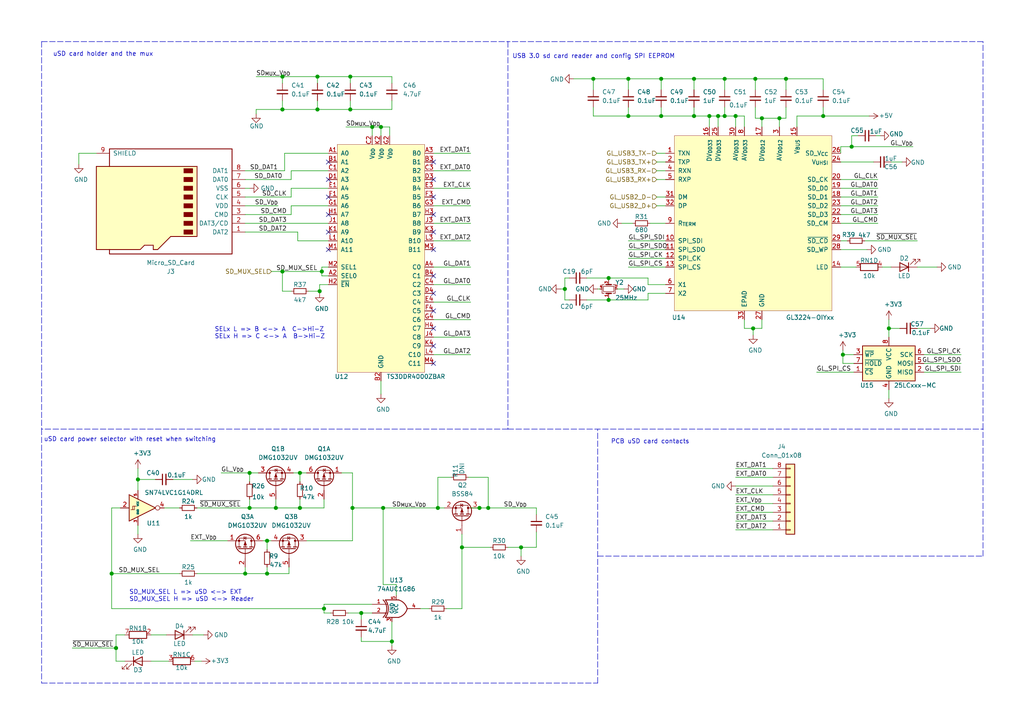
<source format=kicad_sch>
(kicad_sch (version 20201015) (generator eeschema)
  (page 1 5)
  (paper "A4")
  (junction (at 32.385 166.37) (diameter 1.016))
  (junction (at 33.655 187.96) (diameter 1.016))
  (junction (at 40.005 139.065) (diameter 1.016))
  (junction (at 71.12 166.37) (diameter 1.016))
  (junction (at 72.39 137.16) (diameter 1.016))
  (junction (at 72.39 147.32) (diameter 1.016))
  (junction (at 77.47 156.845) (diameter 1.016))
  (junction (at 77.47 166.37) (diameter 1.016))
  (junction (at 80.01 147.32) (diameter 1.016))
  (junction (at 81.915 22.225) (diameter 1.016))
  (junction (at 81.915 31.75) (diameter 1.016))
  (junction (at 81.915 78.74) (diameter 1.016))
  (junction (at 86.995 137.16) (diameter 1.016))
  (junction (at 86.995 147.32) (diameter 1.016))
  (junction (at 92.075 22.225) (diameter 1.016))
  (junction (at 92.075 31.75) (diameter 1.016))
  (junction (at 92.71 84.455) (diameter 1.016))
  (junction (at 93.345 78.74) (diameter 1.016))
  (junction (at 93.98 176.53) (diameter 1.016))
  (junction (at 101.6 22.225) (diameter 1.016))
  (junction (at 101.6 31.75) (diameter 1.016))
  (junction (at 102.235 147.32) (diameter 1.016))
  (junction (at 104.775 177.8) (diameter 1.016))
  (junction (at 107.95 36.83) (diameter 1.016))
  (junction (at 110.49 36.83) (diameter 1.016))
  (junction (at 111.125 147.32) (diameter 1.016))
  (junction (at 113.665 186.055) (diameter 1.016))
  (junction (at 127 147.32) (diameter 1.016))
  (junction (at 133.985 158.75) (diameter 1.016))
  (junction (at 139.065 147.32) (diameter 1.016))
  (junction (at 141.605 147.32) (diameter 1.016))
  (junction (at 151.13 158.75) (diameter 1.016))
  (junction (at 163.83 83.82) (diameter 1.016))
  (junction (at 172.085 22.86) (diameter 1.016))
  (junction (at 176.53 80.645) (diameter 1.016))
  (junction (at 176.53 86.995) (diameter 1.016))
  (junction (at 182.245 22.86) (diameter 1.016))
  (junction (at 182.245 33.655) (diameter 1.016))
  (junction (at 191.77 22.86) (diameter 1.016))
  (junction (at 191.77 33.655) (diameter 1.016))
  (junction (at 201.295 22.86) (diameter 1.016))
  (junction (at 201.295 33.655) (diameter 1.016))
  (junction (at 205.74 33.655) (diameter 1.016))
  (junction (at 208.28 33.655) (diameter 1.016))
  (junction (at 210.185 22.86) (diameter 1.016))
  (junction (at 210.185 33.655) (diameter 1.016))
  (junction (at 213.36 33.655) (diameter 1.016))
  (junction (at 218.44 95.25) (diameter 1.016))
  (junction (at 219.075 22.86) (diameter 1.016))
  (junction (at 220.98 34.29) (diameter 1.016))
  (junction (at 226.06 34.29) (diameter 1.016))
  (junction (at 227.965 22.86) (diameter 1.016))
  (junction (at 238.76 33.655) (diameter 1.016))
  (junction (at 244.475 102.87) (diameter 1.016))
  (junction (at 247.015 42.545) (diameter 1.016))
  (junction (at 257.81 95.25) (diameter 1.016))
  (no_connect (at 125.73 52.07))
  (no_connect (at 125.73 62.23))
  (no_connect (at 125.73 85.09))
  (no_connect (at 125.73 67.31))
  (no_connect (at 125.73 80.01))
  (no_connect (at 125.73 95.25))
  (no_connect (at 95.25 62.23))
  (no_connect (at 125.73 105.41))
  (no_connect (at 125.73 72.39))
  (no_connect (at 95.25 52.07))
  (no_connect (at 95.25 67.31))
  (no_connect (at 125.73 90.17))
  (no_connect (at 95.25 46.99))
  (no_connect (at 95.25 72.39))
  (no_connect (at 125.73 100.33))
  (no_connect (at 125.73 57.15))
  (no_connect (at 125.73 46.99))
  (no_connect (at 95.25 57.15))
  (wire (pts (xy 20.955 187.96) (xy 33.655 187.96)))
  (wire (pts (xy 22.86 44.45) (xy 22.86 47.625)))
  (wire (pts (xy 27.94 44.45) (xy 22.86 44.45)))
  (wire (pts (xy 32.385 147.32) (xy 32.385 166.37)))
  (wire (pts (xy 32.385 166.37) (xy 32.385 176.53)))
  (wire (pts (xy 32.385 166.37) (xy 52.07 166.37)))
  (wire (pts (xy 32.385 176.53) (xy 93.98 176.53)))
  (wire (pts (xy 33.655 184.15) (xy 36.195 184.15)))
  (wire (pts (xy 33.655 187.96) (xy 33.655 184.15)))
  (wire (pts (xy 33.655 191.77) (xy 33.655 187.96)))
  (wire (pts (xy 33.655 191.77) (xy 36.195 191.77)))
  (wire (pts (xy 34.925 147.32) (xy 32.385 147.32)))
  (wire (pts (xy 40.005 135.89) (xy 40.005 139.065)))
  (wire (pts (xy 40.005 139.065) (xy 40.005 142.24)))
  (wire (pts (xy 40.005 139.065) (xy 45.085 139.065)))
  (wire (pts (xy 40.005 152.4) (xy 40.005 154.94)))
  (wire (pts (xy 43.815 184.15) (xy 48.26 184.15)))
  (wire (pts (xy 47.625 147.32) (xy 52.07 147.32)))
  (wire (pts (xy 48.895 191.77) (xy 43.815 191.77)))
  (wire (pts (xy 50.165 139.065) (xy 55.88 139.065)))
  (wire (pts (xy 55.245 156.845) (xy 66.04 156.845)))
  (wire (pts (xy 55.88 184.15) (xy 59.055 184.15)))
  (wire (pts (xy 57.15 147.32) (xy 72.39 147.32)))
  (wire (pts (xy 58.42 191.77) (xy 56.515 191.77)))
  (wire (pts (xy 64.135 137.16) (xy 72.39 137.16)))
  (wire (pts (xy 71.12 49.53) (xy 82.55 49.53)))
  (wire (pts (xy 71.12 52.07) (xy 84.455 52.07)))
  (wire (pts (xy 71.12 54.61) (xy 72.39 54.61)))
  (wire (pts (xy 71.12 57.15) (xy 84.455 57.15)))
  (wire (pts (xy 71.12 59.69) (xy 80.645 59.69)))
  (wire (pts (xy 71.12 62.23) (xy 84.455 62.23)))
  (wire (pts (xy 71.12 64.77) (xy 95.25 64.77)))
  (wire (pts (xy 71.12 67.31) (xy 86.36 67.31)))
  (wire (pts (xy 71.12 164.465) (xy 71.12 166.37)))
  (wire (pts (xy 71.12 166.37) (xy 57.15 166.37)))
  (wire (pts (xy 72.39 137.16) (xy 72.39 139.7)))
  (wire (pts (xy 72.39 137.16) (xy 74.93 137.16)))
  (wire (pts (xy 72.39 144.78) (xy 72.39 147.32)))
  (wire (pts (xy 72.39 147.32) (xy 80.01 147.32)))
  (wire (pts (xy 74.295 31.75) (xy 74.295 33.02)))
  (wire (pts (xy 76.2 156.845) (xy 77.47 156.845)))
  (wire (pts (xy 77.47 156.845) (xy 77.47 159.385)))
  (wire (pts (xy 77.47 156.845) (xy 78.74 156.845)))
  (wire (pts (xy 77.47 164.465) (xy 77.47 166.37)))
  (wire (pts (xy 77.47 166.37) (xy 71.12 166.37)))
  (wire (pts (xy 78.74 78.74) (xy 81.915 78.74)))
  (wire (pts (xy 80.01 144.78) (xy 80.01 147.32)))
  (wire (pts (xy 80.01 147.32) (xy 86.995 147.32)))
  (wire (pts (xy 81.915 22.225) (xy 74.295 22.225)))
  (wire (pts (xy 81.915 22.225) (xy 81.915 24.13)))
  (wire (pts (xy 81.915 29.21) (xy 81.915 31.75)))
  (wire (pts (xy 81.915 31.75) (xy 74.295 31.75)))
  (wire (pts (xy 81.915 78.74) (xy 93.345 78.74)))
  (wire (pts (xy 81.915 84.455) (xy 81.915 78.74)))
  (wire (pts (xy 82.55 44.45) (xy 95.25 44.45)))
  (wire (pts (xy 82.55 49.53) (xy 82.55 44.45)))
  (wire (pts (xy 83.82 164.465) (xy 83.82 166.37)))
  (wire (pts (xy 83.82 166.37) (xy 77.47 166.37)))
  (wire (pts (xy 84.455 49.53) (xy 95.25 49.53)))
  (wire (pts (xy 84.455 52.07) (xy 84.455 49.53)))
  (wire (pts (xy 84.455 54.61) (xy 95.25 54.61)))
  (wire (pts (xy 84.455 57.15) (xy 84.455 54.61)))
  (wire (pts (xy 84.455 59.69) (xy 95.25 59.69)))
  (wire (pts (xy 84.455 62.23) (xy 84.455 59.69)))
  (wire (pts (xy 84.455 84.455) (xy 81.915 84.455)))
  (wire (pts (xy 85.09 137.16) (xy 86.995 137.16)))
  (wire (pts (xy 86.36 67.31) (xy 86.36 69.85)))
  (wire (pts (xy 86.36 69.85) (xy 95.25 69.85)))
  (wire (pts (xy 86.995 137.16) (xy 86.995 139.7)))
  (wire (pts (xy 86.995 137.16) (xy 88.9 137.16)))
  (wire (pts (xy 86.995 144.78) (xy 86.995 147.32)))
  (wire (pts (xy 86.995 147.32) (xy 93.98 147.32)))
  (wire (pts (xy 88.9 156.845) (xy 102.235 156.845)))
  (wire (pts (xy 89.535 84.455) (xy 92.71 84.455)))
  (wire (pts (xy 92.075 22.225) (xy 81.915 22.225)))
  (wire (pts (xy 92.075 22.225) (xy 92.075 24.13)))
  (wire (pts (xy 92.075 29.21) (xy 92.075 31.75)))
  (wire (pts (xy 92.075 31.75) (xy 81.915 31.75)))
  (wire (pts (xy 92.71 82.55) (xy 92.71 84.455)))
  (wire (pts (xy 92.71 84.455) (xy 92.71 85.09)))
  (wire (pts (xy 93.345 77.47) (xy 93.345 78.74)))
  (wire (pts (xy 93.345 78.74) (xy 93.345 80.01)))
  (wire (pts (xy 93.345 80.01) (xy 95.25 80.01)))
  (wire (pts (xy 93.98 144.78) (xy 93.98 147.32)))
  (wire (pts (xy 93.98 175.26) (xy 93.98 176.53)))
  (wire (pts (xy 93.98 175.26) (xy 107.95 175.26)))
  (wire (pts (xy 93.98 176.53) (xy 93.98 177.8)))
  (wire (pts (xy 95.25 77.47) (xy 93.345 77.47)))
  (wire (pts (xy 95.25 82.55) (xy 92.71 82.55)))
  (wire (pts (xy 95.885 177.8) (xy 93.98 177.8)))
  (wire (pts (xy 99.06 137.16) (xy 102.235 137.16)))
  (wire (pts (xy 100.33 36.83) (xy 107.95 36.83)))
  (wire (pts (xy 100.965 177.8) (xy 104.775 177.8)))
  (wire (pts (xy 101.6 22.225) (xy 92.075 22.225)))
  (wire (pts (xy 101.6 24.13) (xy 101.6 22.225)))
  (wire (pts (xy 101.6 29.21) (xy 101.6 31.75)))
  (wire (pts (xy 101.6 31.75) (xy 92.075 31.75)))
  (wire (pts (xy 102.235 147.32) (xy 102.235 137.16)))
  (wire (pts (xy 102.235 147.32) (xy 111.125 147.32)))
  (wire (pts (xy 102.235 156.845) (xy 102.235 147.32)))
  (wire (pts (xy 104.775 177.8) (xy 104.775 179.705)))
  (wire (pts (xy 104.775 177.8) (xy 107.95 177.8)))
  (wire (pts (xy 104.775 184.785) (xy 104.775 186.055)))
  (wire (pts (xy 104.775 186.055) (xy 113.665 186.055)))
  (wire (pts (xy 107.95 36.83) (xy 107.95 39.37)))
  (wire (pts (xy 107.95 36.83) (xy 110.49 36.83)))
  (wire (pts (xy 110.49 36.83) (xy 110.49 39.37)))
  (wire (pts (xy 110.49 36.83) (xy 113.03 36.83)))
  (wire (pts (xy 110.49 110.49) (xy 110.49 114.3)))
  (wire (pts (xy 111.125 147.32) (xy 111.125 169.545)))
  (wire (pts (xy 111.125 147.32) (xy 127 147.32)))
  (wire (pts (xy 111.125 169.545) (xy 114.935 169.545)))
  (wire (pts (xy 113.03 36.83) (xy 113.03 39.37)))
  (wire (pts (xy 113.665 22.225) (xy 101.6 22.225)))
  (wire (pts (xy 113.665 24.13) (xy 113.665 22.225)))
  (wire (pts (xy 113.665 29.21) (xy 113.665 31.75)))
  (wire (pts (xy 113.665 31.75) (xy 101.6 31.75)))
  (wire (pts (xy 113.665 180.34) (xy 113.665 186.055)))
  (wire (pts (xy 113.665 186.055) (xy 113.665 187.325)))
  (wire (pts (xy 114.935 169.545) (xy 114.935 172.72)))
  (wire (pts (xy 121.92 176.53) (xy 124.46 176.53)))
  (wire (pts (xy 125.73 44.45) (xy 136.525 44.45)))
  (wire (pts (xy 125.73 49.53) (xy 136.525 49.53)))
  (wire (pts (xy 125.73 54.61) (xy 136.525 54.61)))
  (wire (pts (xy 125.73 59.69) (xy 136.525 59.69)))
  (wire (pts (xy 125.73 64.77) (xy 136.525 64.77)))
  (wire (pts (xy 125.73 69.85) (xy 136.525 69.85)))
  (wire (pts (xy 125.73 77.47) (xy 136.525 77.47)))
  (wire (pts (xy 125.73 82.55) (xy 136.525 82.55)))
  (wire (pts (xy 125.73 87.63) (xy 136.525 87.63)))
  (wire (pts (xy 125.73 92.71) (xy 136.525 92.71)))
  (wire (pts (xy 125.73 97.79) (xy 136.525 97.79)))
  (wire (pts (xy 125.73 102.87) (xy 136.525 102.87)))
  (wire (pts (xy 127 138.43) (xy 127 147.32)))
  (wire (pts (xy 127 147.32) (xy 128.905 147.32)))
  (wire (pts (xy 129.54 176.53) (xy 133.985 176.53)))
  (wire (pts (xy 130.81 138.43) (xy 127 138.43)))
  (wire (pts (xy 133.985 154.94) (xy 133.985 158.75)))
  (wire (pts (xy 133.985 158.75) (xy 133.985 176.53)))
  (wire (pts (xy 133.985 158.75) (xy 142.24 158.75)))
  (wire (pts (xy 135.89 138.43) (xy 141.605 138.43)))
  (wire (pts (xy 136.525 147.32) (xy 139.065 147.32)))
  (wire (pts (xy 139.065 147.32) (xy 141.605 147.32)))
  (wire (pts (xy 141.605 138.43) (xy 141.605 147.32)))
  (wire (pts (xy 141.605 147.32) (xy 155.575 147.32)))
  (wire (pts (xy 147.32 158.75) (xy 151.13 158.75)))
  (wire (pts (xy 151.13 158.75) (xy 151.13 161.29)))
  (wire (pts (xy 151.13 158.75) (xy 155.575 158.75)))
  (wire (pts (xy 155.575 149.225) (xy 155.575 147.32)))
  (wire (pts (xy 155.575 154.305) (xy 155.575 158.75)))
  (wire (pts (xy 162.56 83.82) (xy 163.83 83.82)))
  (wire (pts (xy 163.83 80.645) (xy 163.83 83.82)))
  (wire (pts (xy 163.83 83.82) (xy 163.83 86.995)))
  (wire (pts (xy 163.83 86.995) (xy 165.1 86.995)))
  (wire (pts (xy 165.1 80.645) (xy 163.83 80.645)))
  (wire (pts (xy 170.18 80.645) (xy 176.53 80.645)))
  (wire (pts (xy 170.18 86.995) (xy 176.53 86.995)))
  (wire (pts (xy 172.085 22.86) (xy 166.37 22.86)))
  (wire (pts (xy 172.085 22.86) (xy 172.085 26.035)))
  (wire (pts (xy 172.085 33.655) (xy 172.085 31.115)))
  (wire (pts (xy 173.355 83.82) (xy 173.99 83.82)))
  (wire (pts (xy 176.53 80.645) (xy 176.53 81.28)))
  (wire (pts (xy 176.53 80.645) (xy 187.96 80.645)))
  (wire (pts (xy 176.53 86.36) (xy 176.53 86.995)))
  (wire (pts (xy 176.53 86.995) (xy 187.96 86.995)))
  (wire (pts (xy 179.07 83.82) (xy 180.975 83.82)))
  (wire (pts (xy 180.34 64.77) (xy 183.515 64.77)))
  (wire (pts (xy 182.245 22.86) (xy 172.085 22.86)))
  (wire (pts (xy 182.245 22.86) (xy 182.245 26.035)))
  (wire (pts (xy 182.245 31.115) (xy 182.245 33.655)))
  (wire (pts (xy 182.245 33.655) (xy 172.085 33.655)))
  (wire (pts (xy 182.245 69.85) (xy 193.04 69.85)))
  (wire (pts (xy 182.245 72.39) (xy 193.04 72.39)))
  (wire (pts (xy 182.245 74.93) (xy 193.04 74.93)))
  (wire (pts (xy 182.245 77.47) (xy 193.04 77.47)))
  (wire (pts (xy 187.96 82.55) (xy 187.96 80.645)))
  (wire (pts (xy 187.96 82.55) (xy 193.04 82.55)))
  (wire (pts (xy 187.96 85.09) (xy 187.96 86.995)))
  (wire (pts (xy 188.595 64.77) (xy 193.04 64.77)))
  (wire (pts (xy 190.5 44.45) (xy 193.04 44.45)))
  (wire (pts (xy 190.5 46.99) (xy 193.04 46.99)))
  (wire (pts (xy 190.5 49.53) (xy 193.04 49.53)))
  (wire (pts (xy 190.5 52.07) (xy 193.04 52.07)))
  (wire (pts (xy 190.5 57.15) (xy 193.04 57.15)))
  (wire (pts (xy 190.5 59.69) (xy 193.04 59.69)))
  (wire (pts (xy 191.77 22.86) (xy 182.245 22.86)))
  (wire (pts (xy 191.77 22.86) (xy 191.77 26.035)))
  (wire (pts (xy 191.77 31.115) (xy 191.77 33.655)))
  (wire (pts (xy 191.77 33.655) (xy 182.245 33.655)))
  (wire (pts (xy 193.04 85.09) (xy 187.96 85.09)))
  (wire (pts (xy 201.295 22.86) (xy 191.77 22.86)))
  (wire (pts (xy 201.295 22.86) (xy 201.295 26.035)))
  (wire (pts (xy 201.295 31.115) (xy 201.295 33.655)))
  (wire (pts (xy 201.295 33.655) (xy 191.77 33.655)))
  (wire (pts (xy 205.74 33.655) (xy 201.295 33.655)))
  (wire (pts (xy 205.74 33.655) (xy 205.74 36.83)))
  (wire (pts (xy 208.28 33.655) (xy 205.74 33.655)))
  (wire (pts (xy 208.28 33.655) (xy 208.28 36.83)))
  (wire (pts (xy 210.185 22.86) (xy 201.295 22.86)))
  (wire (pts (xy 210.185 22.86) (xy 210.185 26.035)))
  (wire (pts (xy 210.185 31.115) (xy 210.185 33.655)))
  (wire (pts (xy 210.185 33.655) (xy 208.28 33.655)))
  (wire (pts (xy 213.36 33.655) (xy 210.185 33.655)))
  (wire (pts (xy 213.36 33.655) (xy 213.36 36.83)))
  (wire (pts (xy 213.36 140.97) (xy 224.155 140.97)))
  (wire (pts (xy 213.36 146.05) (xy 224.155 146.05)))
  (wire (pts (xy 215.9 33.655) (xy 213.36 33.655)))
  (wire (pts (xy 215.9 36.83) (xy 215.9 33.655)))
  (wire (pts (xy 215.9 95.25) (xy 215.9 92.71)))
  (wire (pts (xy 218.44 95.25) (xy 215.9 95.25)))
  (wire (pts (xy 218.44 95.25) (xy 218.44 97.155)))
  (wire (pts (xy 219.075 22.86) (xy 210.185 22.86)))
  (wire (pts (xy 219.075 22.86) (xy 219.075 26.035)))
  (wire (pts (xy 219.075 31.115) (xy 219.075 34.29)))
  (wire (pts (xy 219.075 34.29) (xy 220.98 34.29)))
  (wire (pts (xy 220.98 34.29) (xy 220.98 36.83)))
  (wire (pts (xy 220.98 92.71) (xy 220.98 95.25)))
  (wire (pts (xy 220.98 95.25) (xy 218.44 95.25)))
  (wire (pts (xy 224.155 135.89) (xy 213.36 135.89)))
  (wire (pts (xy 224.155 138.43) (xy 213.36 138.43)))
  (wire (pts (xy 224.155 143.51) (xy 213.36 143.51)))
  (wire (pts (xy 224.155 148.59) (xy 213.36 148.59)))
  (wire (pts (xy 224.155 151.13) (xy 213.36 151.13)))
  (wire (pts (xy 224.155 153.67) (xy 213.36 153.67)))
  (wire (pts (xy 226.06 34.29) (xy 220.98 34.29)))
  (wire (pts (xy 226.06 36.83) (xy 226.06 34.29)))
  (wire (pts (xy 227.965 22.86) (xy 219.075 22.86)))
  (wire (pts (xy 227.965 22.86) (xy 227.965 26.035)))
  (wire (pts (xy 227.965 31.115) (xy 227.965 34.29)))
  (wire (pts (xy 227.965 34.29) (xy 226.06 34.29)))
  (wire (pts (xy 231.14 33.655) (xy 231.14 36.83)))
  (wire (pts (xy 236.855 107.95) (xy 247.65 107.95)))
  (wire (pts (xy 238.76 22.86) (xy 227.965 22.86)))
  (wire (pts (xy 238.76 26.035) (xy 238.76 22.86)))
  (wire (pts (xy 238.76 31.115) (xy 238.76 33.655)))
  (wire (pts (xy 238.76 33.655) (xy 231.14 33.655)))
  (wire (pts (xy 243.84 42.545) (xy 243.84 44.45)))
  (wire (pts (xy 243.84 46.99) (xy 253.365 46.99)))
  (wire (pts (xy 243.84 52.07) (xy 254.635 52.07)))
  (wire (pts (xy 243.84 54.61) (xy 254.635 54.61)))
  (wire (pts (xy 243.84 57.15) (xy 254.635 57.15)))
  (wire (pts (xy 243.84 59.69) (xy 254.635 59.69)))
  (wire (pts (xy 243.84 62.23) (xy 254.635 62.23)))
  (wire (pts (xy 243.84 64.77) (xy 254.635 64.77)))
  (wire (pts (xy 243.84 69.85) (xy 245.745 69.85)))
  (wire (pts (xy 243.84 72.39) (xy 251.46 72.39)))
  (wire (pts (xy 243.84 77.47) (xy 248.285 77.47)))
  (wire (pts (xy 244.475 101.6) (xy 244.475 102.87)))
  (wire (pts (xy 244.475 102.87) (xy 244.475 105.41)))
  (wire (pts (xy 244.475 102.87) (xy 247.65 102.87)))
  (wire (pts (xy 247.015 39.37) (xy 247.015 42.545)))
  (wire (pts (xy 247.015 42.545) (xy 243.84 42.545)))
  (wire (pts (xy 247.015 42.545) (xy 264.795 42.545)))
  (wire (pts (xy 247.65 105.41) (xy 244.475 105.41)))
  (wire (pts (xy 248.92 39.37) (xy 247.015 39.37)))
  (wire (pts (xy 250.825 69.85) (xy 266.065 69.85)))
  (wire (pts (xy 252.095 33.655) (xy 238.76 33.655)))
  (wire (pts (xy 254 39.37) (xy 255.27 39.37)))
  (wire (pts (xy 255.905 77.47) (xy 258.445 77.47)))
  (wire (pts (xy 257.81 92.71) (xy 257.81 95.25)))
  (wire (pts (xy 257.81 95.25) (xy 257.81 97.79)))
  (wire (pts (xy 257.81 95.25) (xy 260.985 95.25)))
  (wire (pts (xy 257.81 113.03) (xy 257.81 115.57)))
  (wire (pts (xy 258.445 46.99) (xy 261.62 46.99)))
  (wire (pts (xy 266.065 77.47) (xy 271.78 77.47)))
  (wire (pts (xy 266.065 95.25) (xy 269.875 95.25)))
  (wire (pts (xy 278.765 102.87) (xy 267.97 102.87)))
  (wire (pts (xy 278.765 105.41) (xy 267.97 105.41)))
  (wire (pts (xy 278.765 107.95) (xy 267.97 107.95)))
  (polyline (pts (xy 12.065 12.065) (xy 12.065 124.46)) (stroke (width 0) (type dash)))
  (polyline (pts (xy 12.065 12.065) (xy 147.32 12.065)) (stroke (width 0) (type dash)))
  (polyline (pts (xy 12.065 124.46) (xy 12.065 198.12)) (stroke (width 0) (type dash)))
  (polyline (pts (xy 12.065 198.12) (xy 173.355 198.12)) (stroke (width 0) (type dash)))
  (polyline (pts (xy 147.32 12.065) (xy 147.32 124.46)) (stroke (width 0) (type dash)))
  (polyline (pts (xy 147.32 124.46) (xy 12.065 124.46)) (stroke (width 0) (type dash)))
  (polyline (pts (xy 147.32 124.46) (xy 285.115 124.46)) (stroke (width 0) (type dash)))
  (polyline (pts (xy 173.355 161.29) (xy 285.115 161.29)) (stroke (width 0) (type dash)))
  (polyline (pts (xy 173.355 198.12) (xy 173.355 124.46)) (stroke (width 0) (type dash)))
  (polyline (pts (xy 285.115 12.065) (xy 147.32 12.065)) (stroke (width 0) (type dash)))
  (polyline (pts (xy 285.115 124.46) (xy 285.115 12.065)) (stroke (width 0) (type dash)))
  (polyline (pts (xy 285.115 161.29) (xy 285.115 124.46)) (stroke (width 0) (type dash)))
  (text "uSD card power selector with reset when switching" (at 12.7 128.27 0) (effects (font (size 1.27 1.27)) (justify left bottom)))
  (text "SD_MUX_SEL L => uSD <-> EXT\nSD_MUX_SEL H => uSD <-> Reader" (at 37.465 174.625 0) (effects (font (size 1.27 1.27)) (justify left bottom)))
  (text "uSD card holder and the mux\n" (at 44.45 16.51 180) (effects (font (size 1.27 1.27)) (justify right bottom)))
  (text "SELx L => B <-> A  C->Hi-Z\nSELx H => C <-> A  B->Hi-Z" (at 62.23 98.425 0) (effects (font (size 1.27 1.27)) (justify left bottom)))
  (text "USB 3.0 sd card reader and config SPI EEPROM" (at 148.59 17.145 0) (effects (font (size 1.27 1.27)) (justify left bottom)))
  (text "PCB uSD card contacts" (at 177.165 128.905 0) (effects (font (size 1.27 1.27)) (justify left bottom)))
  (label "~SD_MUX_SEL" (at 20.955 187.96 0))
  (label "SD_MUX_SEL" (at 46.355 166.37 180))
  (label "EXT_V_{DD}" (at 55.245 156.845 0))
  (label "GL_V_{DD}" (at 64.135 137.16 0))
  (label "~SD_MUX_SEL" (at 69.85 147.32 180))
  (label "SD_{MUX}_V_{DD}" (at 74.295 22.225 0))
  (label "SD_DAT1" (at 80.645 49.53 180))
  (label "SD_V_{DD}" (at 80.645 59.69 180))
  (label "SD_DAT0" (at 81.915 52.07 180))
  (label "SD_CLK" (at 83.185 57.15 180))
  (label "SD_CMD" (at 83.185 62.23 180))
  (label "SD_DAT3" (at 83.185 64.77 180))
  (label "SD_DAT2" (at 83.185 67.31 180))
  (label "SD_MUX_SEL" (at 92.075 78.74 180))
  (label "SD_{MUX}_V_{DD}" (at 100.33 36.83 0))
  (label "SD_{MUX}_V_{DD}" (at 113.665 147.32 0))
  (label "EXT_DAT1" (at 136.525 44.45 180))
  (label "EXT_DAT0" (at 136.525 49.53 180))
  (label "EXT_CLK" (at 136.525 54.61 180))
  (label "EXT_CMD" (at 136.525 59.69 180))
  (label "EXT_DAT3" (at 136.525 64.77 180))
  (label "EXT_DAT2" (at 136.525 69.85 180))
  (label "GL_DAT1" (at 136.525 77.47 180))
  (label "GL_DAT0" (at 136.525 82.55 180))
  (label "GL_CLK" (at 136.525 87.63 180))
  (label "GL_CMD" (at 136.525 92.71 180))
  (label "GL_DAT3" (at 136.525 97.79 180))
  (label "GL_DAT2" (at 136.525 102.87 180))
  (label "SD_V_{DD}" (at 146.05 147.32 0))
  (label "GL_SPI_SDI" (at 182.245 69.85 0))
  (label "GL_SPI_SDO" (at 182.245 72.39 0))
  (label "GL_SPI_CK" (at 182.245 74.93 0))
  (label "GL_SPI_CS" (at 182.245 77.47 0))
  (label "EXT_DAT1" (at 213.36 135.89 0))
  (label "EXT_DAT0" (at 213.36 138.43 0))
  (label "EXT_CLK" (at 213.36 143.51 0))
  (label "EXT_V_{DD}" (at 213.36 146.05 0))
  (label "EXT_CMD" (at 213.36 148.59 0))
  (label "EXT_DAT3" (at 213.36 151.13 0))
  (label "EXT_DAT2" (at 213.36 153.67 0))
  (label "GL_SPI_CS" (at 236.855 107.95 0))
  (label "GL_CLK" (at 254.635 52.07 180))
  (label "GL_DAT0" (at 254.635 54.61 180))
  (label "GL_DAT1" (at 254.635 57.15 180))
  (label "GL_DAT2" (at 254.635 59.69 180))
  (label "GL_DAT3" (at 254.635 62.23 180))
  (label "GL_CMD" (at 254.635 64.77 180))
  (label "GL_V_{DD}" (at 264.795 42.545 180))
  (label "~SD_MUX_SEL" (at 266.065 69.85 180))
  (label "GL_SPI_CK" (at 278.765 102.87 180))
  (label "GL_SPI_SDO" (at 278.765 105.41 180))
  (label "GL_SPI_SDI" (at 278.765 107.95 180))
  (hierarchical_label "SD_MUX_SEL" (shape input) (at 78.74 78.74 180))
  (hierarchical_label "GL_USB3_TX-" (shape input) (at 190.5 44.45 180))
  (hierarchical_label "GL_USB3_TX+" (shape input) (at 190.5 46.99 180))
  (hierarchical_label "GL_USB3_RX-" (shape input) (at 190.5 49.53 180))
  (hierarchical_label "GL_USB3_RX+" (shape input) (at 190.5 52.07 180))
  (hierarchical_label "GL_USB2_D-" (shape input) (at 190.5 57.15 180))
  (hierarchical_label "GL_USB2_D+" (shape input) (at 190.5 59.69 180))
  (symbol (lib_id "power:+3V3") (at 40.005 135.89 0) (unit 1)
    (property "Reference" "#PWR0172" (effects hide))
    (property "Value" "+3V3" (at 41.275 131.445 0))
  )
  (symbol (lib_id "power:+3V3") (at 58.42 191.77 270) (unit 1)
    (property "Reference" "#PWR02" (effects hide))
    (property "Value" "+3V3" (at 63.754 191.643 90))
  )
  (symbol (lib_id "power:+3V3") (at 244.475 101.6 0) (unit 1)
    (property "Reference" "#PWR0162" (effects hide))
    (property "Value" "+3V3" (at 245.745 97.155 0))
  )
  (symbol (lib_id "power:+5V") (at 252.095 33.655 270) (unit 1)
    (property "Reference" "#PWR0171" (effects hide))
    (property "Value" "+5V" (at 256.921 33.528 90))
  )
  (symbol (lib_id "power:+3V3") (at 257.81 92.71 0) (unit 1)
    (property "Reference" "#PWR0164" (effects hide))
    (property "Value" "+3V3" (at 259.08 88.265 0))
  )
  (symbol (lib_id "power:GND") (at 22.86 47.625 0) (unit 1)
    (property "Reference" "#PWR0177" (effects hide))
    (property "Value" "GND" (at 23.495 52.07 0))
  )
  (symbol (lib_id "power:GND") (at 40.005 154.94 0) (unit 1)
    (property "Reference" "#PWR0174" (effects hide))
    (property "Value" "GND" (at 40.64 159.385 0))
  )
  (symbol (lib_id "power:GND") (at 55.88 139.065 90) (unit 1)
    (property "Reference" "#PWR0173" (effects hide))
    (property "Value" "GND" (at 60.579 139.065 90))
  )
  (symbol (lib_id "power:GND") (at 59.055 184.15 90) (unit 1)
    (property "Reference" "#PWR01" (effects hide))
    (property "Value" "GND" (at 64.135 184.15 90))
  )
  (symbol (lib_id "power:GND") (at 72.39 54.61 90) (unit 1)
    (property "Reference" "#PWR0175" (effects hide))
    (property "Value" "GND" (at 75.565 54.61 90) (effects (justify right)))
  )
  (symbol (lib_id "power:GND") (at 74.295 33.02 0) (unit 1)
    (property "Reference" "#PWR018" (effects hide))
    (property "Value" "GND" (at 74.422 36.576 0))
  )
  (symbol (lib_id "power:GND") (at 92.71 85.09 0) (unit 1)
    (property "Reference" "#PWR0178" (effects hide))
    (property "Value" "GND" (at 93.345 89.535 0))
  )
  (symbol (lib_id "power:GND") (at 110.49 114.3 0) (unit 1)
    (property "Reference" "#PWR0179" (effects hide))
    (property "Value" "GND" (at 111.125 118.745 0))
  )
  (symbol (lib_id "power:GND") (at 113.665 187.325 0) (unit 1)
    (property "Reference" "#PWR0180" (effects hide))
    (property "Value" "GND" (at 114.3 191.77 0))
  )
  (symbol (lib_id "power:GND") (at 151.13 161.29 0) (unit 1)
    (property "Reference" "#PWR0176" (effects hide))
    (property "Value" "GND" (at 151.765 165.735 0))
  )
  (symbol (lib_id "power:GND") (at 162.56 83.82 270) (unit 1)
    (property "Reference" "#PWR019" (effects hide))
    (property "Value" "GND" (at 158.115 83.82 90))
  )
  (symbol (lib_id "power:GND") (at 166.37 22.86 270) (unit 1)
    (property "Reference" "#PWR0168" (effects hide))
    (property "Value" "GND" (at 161.544 22.987 90))
  )
  (symbol (lib_id "power:GND") (at 173.355 83.82 270) (unit 1)
    (property "Reference" "#PWR020" (effects hide))
    (property "Value" "GND" (at 168.91 83.82 90))
  )
  (symbol (lib_id "power:GND") (at 180.34 64.77 270) (unit 1)
    (property "Reference" "#PWR0170" (effects hide))
    (property "Value" "GND" (at 175.26 64.77 90))
  )
  (symbol (lib_id "power:GND") (at 180.975 83.82 90) (unit 1)
    (property "Reference" "#PWR021" (effects hide))
    (property "Value" "GND" (at 185.42 83.82 90))
  )
  (symbol (lib_id "power:GND") (at 213.36 140.97 270) (unit 1)
    (property "Reference" "#PWR0169" (effects hide))
    (property "Value" "GND" (at 208.28 140.97 90))
  )
  (symbol (lib_id "power:GND") (at 218.44 97.155 0) (unit 1)
    (property "Reference" "#PWR0161" (effects hide))
    (property "Value" "GND" (at 219.075 101.6 0))
  )
  (symbol (lib_id "power:GND") (at 251.46 72.39 90) (unit 1)
    (property "Reference" "#PWR0166" (effects hide))
    (property "Value" "GND" (at 256.54 72.39 90))
  )
  (symbol (lib_id "power:GND") (at 255.27 39.37 90) (unit 1)
    (property "Reference" "#PWR0159" (effects hide))
    (property "Value" "GND" (at 259.969 38.862 90))
  )
  (symbol (lib_id "power:GND") (at 257.81 115.57 0) (unit 1)
    (property "Reference" "#PWR0160" (effects hide))
    (property "Value" "GND" (at 258.445 120.015 0))
  )
  (symbol (lib_id "power:GND") (at 261.62 46.99 90) (unit 1)
    (property "Reference" "#PWR0163" (effects hide))
    (property "Value" "GND" (at 266.192 47.117 90))
  )
  (symbol (lib_id "power:GND") (at 269.875 95.25 90) (unit 1)
    (property "Reference" "#PWR0167" (effects hide))
    (property "Value" "GND" (at 274.447 95.25 90))
  )
  (symbol (lib_id "power:GND") (at 271.78 77.47 90) (unit 1)
    (property "Reference" "#PWR0165" (effects hide))
    (property "Value" "GND" (at 276.86 77.47 90))
  )
  (symbol (lib_id "Device:R_Small") (at 54.61 147.32 90) (unit 1)
    (property "Reference" "R24" (at 54.61 145.415 90))
    (property "Value" "1k" (at 54.61 149.86 90))
    (property "Footprint" "Resistor_SMD:R_0402_1005Metric" (effects hide))
  )
  (symbol (lib_id "Device:R_Small") (at 54.61 166.37 90) (unit 1)
    (property "Reference" "R25" (at 54.61 164.465 90))
    (property "Value" "1k" (at 54.61 168.91 90))
    (property "Footprint" "Resistor_SMD:R_0402_1005Metric" (effects hide))
  )
  (symbol (lib_id "Device:R_Small") (at 72.39 142.24 180) (unit 1)
    (property "Reference" "R26" (at 74.93 140.97 0))
    (property "Value" "10k" (at 74.93 144.145 0))
    (property "Footprint" "Resistor_SMD:R_0402_1005Metric" (effects hide))
  )
  (symbol (lib_id "Device:R_Small") (at 77.47 161.925 180) (unit 1)
    (property "Reference" "R9" (at 79.375 161.29 0))
    (property "Value" "47k" (at 80.01 163.83 0))
    (property "Footprint" "Resistor_SMD:R_0402_1005Metric" (effects hide))
  )
  (symbol (lib_id "Device:R_Small") (at 86.995 84.455 90) (unit 1)
    (property "Reference" "R37" (at 86.995 82.55 90))
    (property "Value" "4k7" (at 86.995 86.995 90))
    (property "Footprint" "Resistor_SMD:R_0402_1005Metric" (effects hide))
  )
  (symbol (lib_id "Device:R_Small") (at 86.995 142.24 180) (unit 1)
    (property "Reference" "R10" (at 88.9 141.605 0))
    (property "Value" "47k" (at 89.535 144.145 0))
    (property "Footprint" "Resistor_SMD:R_0402_1005Metric" (effects hide))
  )
  (symbol (lib_id "Device:R_Small") (at 98.425 177.8 90) (unit 1)
    (property "Reference" "R28" (at 96.52 180.34 90))
    (property "Value" "10k" (at 100.965 180.34 90))
    (property "Footprint" "Resistor_SMD:R_0402_1005Metric" (effects hide))
  )
  (symbol (lib_id "Device:R_Small") (at 127 176.53 90) (unit 1)
    (property "Reference" "R29" (at 127 174.625 90))
    (property "Value" "1k" (at 127 179.07 90))
    (property "Footprint" "Resistor_SMD:R_0402_1005Metric" (effects hide))
  )
  (symbol (lib_id "Device:R_Small") (at 133.35 138.43 270) (unit 1)
    (property "Reference" "R11" (at 132.08 136.525 0))
    (property "Value" "DNI" (at 133.985 135.89 0))
    (property "Footprint" "Resistor_SMD:R_0402_1005Metric" (effects hide))
  )
  (symbol (lib_id "Device:R_Small") (at 144.78 158.75 90) (unit 1)
    (property "Reference" "R30" (at 144.78 156.845 90))
    (property "Value" "10k" (at 144.78 161.29 90))
    (property "Footprint" "Resistor_SMD:R_0402_1005Metric" (effects hide))
  )
  (symbol (lib_id "Device:R_Small") (at 186.055 64.77 90) (unit 1)
    (property "Reference" "R31" (at 186.055 62.865 90))
    (property "Value" "680" (at 186.055 66.675 90))
    (property "Footprint" "Resistor_SMD:R_0402_1005Metric" (effects hide))
  )
  (symbol (lib_id "Device:R_Small") (at 248.285 69.85 270) (unit 1)
    (property "Reference" "R39" (at 246.126 68.072 90))
    (property "Value" "4k7" (at 250.698 68.199 90))
    (property "Footprint" "Resistor_SMD:R_0402_1005Metric" (effects hide))
  )
  (symbol (lib_id "Device:C_Small") (at 47.625 139.065 90) (unit 1)
    (property "Reference" "C40" (at 46.355 137.16 90) (effects (justify left)))
    (property "Value" "0.1uF" (at 53.975 137.795 90) (effects (justify left)))
    (property "Footprint" "Capacitor_SMD:C_0402_1005Metric" (effects hide))
  )
  (symbol (lib_id "Device:C_Small") (at 81.915 26.67 0) (unit 1)
    (property "Reference" "C41" (at 84.455 24.765 0) (effects (justify left)))
    (property "Value" "0.1uF" (at 84.455 27.305 0) (effects (justify left)))
    (property "Footprint" "Capacitor_SMD:C_0402_1005Metric" (effects hide))
  )
  (symbol (lib_id "Device:C_Small") (at 92.075 26.67 0) (unit 1)
    (property "Reference" "C42" (at 94.615 24.765 0) (effects (justify left)))
    (property "Value" "0.1uF" (at 94.615 27.305 0) (effects (justify left)))
    (property "Footprint" "Capacitor_SMD:C_0402_1005Metric" (effects hide))
  )
  (symbol (lib_id "Device:C_Small") (at 101.6 26.67 0) (unit 1)
    (property "Reference" "C43" (at 104.14 24.765 0) (effects (justify left)))
    (property "Value" "0.1uF" (at 104.14 27.305 0) (effects (justify left)))
    (property "Footprint" "Capacitor_SMD:C_0402_1005Metric" (effects hide))
  )
  (symbol (lib_id "Device:C_Small") (at 104.775 182.245 0) (unit 1)
    (property "Reference" "C44" (at 106.68 180.34 0) (effects (justify left)))
    (property "Value" "4.7uF" (at 106.68 182.88 0) (effects (justify left)))
    (property "Footprint" "Capacitor_SMD:C_0402_1005Metric" (effects hide))
  )
  (symbol (lib_id "Device:C_Small") (at 113.665 26.67 0) (unit 1)
    (property "Reference" "C46" (at 116.84 24.765 0) (effects (justify left)))
    (property "Value" "4.7uF" (at 116.84 27.305 0) (effects (justify left)))
    (property "Footprint" "Capacitor_SMD:C_0402_1005Metric" (effects hide))
  )
  (symbol (lib_id "Device:C_Small") (at 155.575 151.765 0) (unit 1)
    (property "Reference" "C45" (at 158.115 149.86 0) (effects (justify left)))
    (property "Value" "0.1uF" (at 158.115 152.4 0) (effects (justify left)))
    (property "Footprint" "Capacitor_SMD:C_0402_1005Metric" (effects hide))
  )
  (symbol (lib_id "Device:C_Small") (at 167.64 80.645 90) (unit 1)
    (property "Reference" "C19" (at 167.005 78.74 90) (effects (justify left)))
    (property "Value" "6pF" (at 172.085 78.74 90) (effects (justify left)))
    (property "Footprint" "Capacitor_SMD:C_0402_1005Metric" (effects hide))
  )
  (symbol (lib_id "Device:C_Small") (at 167.64 86.995 90) (unit 1)
    (property "Reference" "C20" (at 166.37 88.9 90) (effects (justify left)))
    (property "Value" "6pF" (at 172.085 88.9 90) (effects (justify left)))
    (property "Footprint" "Capacitor_SMD:C_0402_1005Metric" (effects hide))
  )
  (symbol (lib_id "Device:C_Small") (at 172.085 28.575 0) (unit 1)
    (property "Reference" "C47" (at 174.625 26.67 0) (effects (justify left)))
    (property "Value" "0.1uF" (at 174.625 29.21 0) (effects (justify left)))
    (property "Footprint" "Capacitor_SMD:C_0402_1005Metric" (effects hide))
  )
  (symbol (lib_id "Device:C_Small") (at 182.245 28.575 0) (unit 1)
    (property "Reference" "C48" (at 184.785 26.67 0) (effects (justify left)))
    (property "Value" "0.1uF" (at 184.785 29.21 0) (effects (justify left)))
    (property "Footprint" "Capacitor_SMD:C_0402_1005Metric" (effects hide))
  )
  (symbol (lib_id "Device:C_Small") (at 191.77 28.575 0) (unit 1)
    (property "Reference" "C49" (at 194.31 26.67 0) (effects (justify left)))
    (property "Value" "0.1uF" (at 194.31 29.21 0) (effects (justify left)))
    (property "Footprint" "Capacitor_SMD:C_0402_1005Metric" (effects hide))
  )
  (symbol (lib_id "Device:C_Small") (at 201.295 28.575 0) (unit 1)
    (property "Reference" "C50" (at 203.835 26.67 0) (effects (justify left)))
    (property "Value" "1uF" (at 203.835 29.21 0) (effects (justify left)))
    (property "Footprint" "Capacitor_SMD:C_0402_1005Metric" (effects hide))
  )
  (symbol (lib_id "Device:C_Small") (at 210.185 28.575 0) (unit 1)
    (property "Reference" "C51" (at 212.725 26.67 0) (effects (justify left)))
    (property "Value" "0.1uF" (at 211.455 30.48 0) (effects (justify left)))
    (property "Footprint" "Capacitor_SMD:C_0402_1005Metric" (effects hide))
  )
  (symbol (lib_id "Device:C_Small") (at 219.075 28.575 0) (unit 1)
    (property "Reference" "C52" (at 221.615 26.67 0) (effects (justify left)))
    (property "Value" "1uF" (at 221.615 29.21 0) (effects (justify left)))
    (property "Footprint" "Capacitor_SMD:C_0402_1005Metric" (effects hide))
  )
  (symbol (lib_id "Device:C_Small") (at 227.965 28.575 0) (unit 1)
    (property "Reference" "C53" (at 230.505 26.67 0) (effects (justify left)))
    (property "Value" "0.1uF" (at 230.505 29.21 0) (effects (justify left)))
    (property "Footprint" "Capacitor_SMD:C_0402_1005Metric" (effects hide))
  )
  (symbol (lib_id "Device:C_Small") (at 238.76 28.575 0) (unit 1)
    (property "Reference" "C54" (at 241.3 26.67 0) (effects (justify left)))
    (property "Value" "0.1uF" (at 241.3 29.21 0) (effects (justify left)))
    (property "Footprint" "Capacitor_SMD:C_0402_1005Metric" (effects hide))
  )
  (symbol (lib_id "Device:C_Small") (at 251.46 39.37 90) (unit 1)
    (property "Reference" "C55" (at 250.571 37.846 90) (effects (justify left)))
    (property "Value" "1uF" (at 255.905 38.1 90) (effects (justify left)))
    (property "Footprint" "Capacitor_SMD:C_0402_1005Metric" (effects hide))
  )
  (symbol (lib_id "Device:C_Small") (at 255.905 46.99 90) (unit 1)
    (property "Reference" "C56" (at 260.35 48.387 90) (effects (justify left)))
    (property "Value" "1uF" (at 260.223 45.974 90) (effects (justify left)))
    (property "Footprint" "Capacitor_SMD:C_0402_1005Metric" (effects hide))
  )
  (symbol (lib_id "Device:C_Small") (at 263.525 95.25 90) (unit 1)
    (property "Reference" "C57" (at 267.97 93.98 90) (effects (justify left)))
    (property "Value" "0.1uF" (at 269.875 96.52 90) (effects (justify left)))
    (property "Footprint" "Capacitor_SMD:C_0402_1005Metric" (effects hide))
  )
  (symbol (lib_id "Device:R_Pack04_Split") (at 40.005 184.15 90) (unit 2)
    (property "Reference" "RN1" (at 40.005 182.245 90))
    (property "Value" "10k" (at 40.005 186.055 90))
    (property "Footprint" "Resistor_SMD:R_0402_1005Metric" (effects hide))
  )
  (symbol (lib_id "Device:R_Pack04_Split") (at 52.705 191.77 270) (unit 3)
    (property "Reference" "RN1" (at 52.705 189.865 90))
    (property "Value" "10k" (at 52.705 193.675 90))
    (property "Footprint" "Resistor_SMD:R_0402_1005Metric" (effects hide))
  )
  (symbol (lib_id "Device:R_Pack04_Split") (at 252.095 77.47 90) (unit 4)
    (property "Reference" "RN1" (at 252.095 75.565 90))
    (property "Value" "10k" (at 252.095 80.01 90))
    (property "Footprint" "Resistor_SMD:R_0402_1005Metric" (effects hide))
  )
  (symbol (lib_id "Device:LED") (at 40.005 191.77 0) (unit 1)
    (property "Reference" "D3" (at 40.005 194.31 0))
    (property "Value" "LED" (at 40.005 189.23 0))
    (property "Footprint" "LED_SMD:LED_0402_1005Metric" (effects hide))
  )
  (symbol (lib_id "Device:LED") (at 52.07 184.15 180) (unit 1)
    (property "Reference" "D4" (at 52.07 181.61 0))
    (property "Value" "LED" (at 52.07 186.69 0))
    (property "Footprint" "LED_SMD:LED_0402_1005Metric" (effects hide))
  )
  (symbol (lib_id "Device:LED") (at 262.255 77.47 180) (unit 1)
    (property "Reference" "D2" (at 262.255 74.93 0))
    (property "Value" "LED" (at 262.255 80.01 0))
    (property "Footprint" "LED_SMD:LED_0402_1005Metric" (effects hide))
  )
  (symbol (lib_id "Device:Crystal_GND24_Small") (at 176.53 83.82 90) (unit 1)
    (property "Reference" "Y2" (at 178.435 81.915 90) (effects (justify right)))
    (property "Value" "25MHz" (at 178.435 86.36 90) (effects (justify right)))
    (property "Footprint" "Oscillator:Oscillator_SMD_Abracon_ASCO-4Pin_1.6x1.2mm" (effects hide))
  )
  (symbol (lib_id "Device:Q_Dual_PMOS_S1G1D2S2G2D1") (at 71.12 159.385 270) (mirror x) (unit 1)
    (property "Reference" "Q3" (at 71.755 149.86 90))
    (property "Value" "DMG1032UV" (at 71.755 152.4 90))
    (property "Footprint" "Package_TO_SOT_SMD:SOT-563" (effects hide))
  )
  (symbol (lib_id "Device:Q_Dual_PMOS_S1G1D2S2G2D1") (at 80.01 139.7 90) (unit 2)
    (property "Reference" "Q1" (at 80.645 130.175 90))
    (property "Value" "DMG1032UV" (at 80.645 132.715 90))
    (property "Footprint" "Package_TO_SOT_SMD:SOT-563" (effects hide))
  )
  (symbol (lib_id "Device:Q_Dual_PMOS_S1G1D2S2G2D1") (at 83.82 159.385 270) (mirror x) (unit 2)
    (property "Reference" "Q3" (at 84.455 149.86 90))
    (property "Value" "DMG1032UV" (at 84.455 152.4 90))
    (property "Footprint" "Package_TO_SOT_SMD:SOT-563" (effects hide))
  )
  (symbol (lib_id "Device:Q_Dual_PMOS_S1G1D2S2G2D1") (at 93.98 139.7 90) (unit 1)
    (property "Reference" "Q1" (at 93.98 130.175 90))
    (property "Value" "DMG1032UV" (at 93.98 132.715 90))
    (property "Footprint" "Package_TO_SOT_SMD:SOT-563" (effects hide))
  )
  (symbol (lib_id "Transistor_FET:BSS84") (at 133.985 149.86 270) (mirror x) (unit 1)
    (property "Reference" "Q2" (at 134.112 140.716 90))
    (property "Value" "BSS84" (at 134.112 143.256 90))
    (property "Footprint" "Package_TO_SOT_SMD:SOT-23" (effects hide))
    (property "Datasheet" "http://assets.nexperia.com/documents/data-sheet/BSS84.pdf" (effects hide))
  )
  (symbol (lib_id "74xGxx:74AUC1G86") (at 115.57 176.53 0) (unit 1)
    (property "Reference" "U13" (at 114.935 168.275 0))
    (property "Value" "74AUC1G86" (at 114.935 170.815 0))
    (property "Footprint" "Package_TO_SOT_SMD:SOT-353_SC-70-5" (effects hide))
    (property "Datasheet" "http://www.ti.com/lit/sg/scyt129e/scyt129e.pdf" (effects hide))
  )
  (symbol (lib_id "Connector_Generic:Conn_01x08") (at 229.235 146.05 0) (mirror x) (unit 1)
    (property "Reference" "J4" (at 226.695 129.54 0))
    (property "Value" "Conn_01x08" (at 226.695 132.08 0))
    (property "Footprint" "Custom:uSD_PCB" (effects hide))
  )
  (symbol (lib_id "74xGxx:SN74LVC1G14DRL") (at 40.005 147.32 0) (unit 1)
    (property "Reference" "U11" (at 42.545 151.765 0) (effects (justify left)))
    (property "Value" "SN74LVC1G14DRL" (at 41.91 142.875 0) (effects (justify left)))
    (property "Footprint" "Package_TO_SOT_SMD:SOT-553" (effects hide))
    (property "Datasheet" "http://www.ti.com/lit/ds/symlink/sn74lvc1g14.pdf" (effects hide))
  )
  (symbol (lib_id "Memory_EEPROM:25LCxxx-MC") (at 257.81 105.41 0) (unit 1)
    (property "Reference" "U15" (at 251.46 111.76 0))
    (property "Value" "25LCxxx-MC" (at 265.43 111.76 0))
    (property "Footprint" "Package_DFN_QFN:DFN-8-1EP_3x2mm_P0.5mm_EP1.75x1.45mm" (effects hide))
    (property "Datasheet" "http://ww1.microchip.com/downloads/en/DeviceDoc/21832H.pdf" (effects hide))
  )
  (symbol (lib_id "Connector:Micro_SD_Card") (at 48.26 59.69 180) (unit 1)
    (property "Reference" "J3" (at 49.53 78.74 0))
    (property "Value" "Micro_SD_Card" (at 49.53 76.2 0))
    (property "Footprint" "Connector_Card:microSD_HC_Wuerth_693072010801" (effects hide))
    (property "Datasheet" "http://katalog.we-online.de/em/datasheet/693072010801.pdf" (effects hide))
  )
  (symbol (lib_id "custom:TS3DDR4000ZBAR") (at 110.49 74.93 0) (unit 1)
    (property "Reference" "U12" (at 99.06 109.22 0))
    (property "Value" "TS3DDR4000ZBAR" (at 120.65 109.22 0))
    (property "Footprint" "Custom:Texas_NFBGA-48_3.1x8.1mm_Layout4x12_P0.65mm" (effects hide))
    (property "Datasheet" "https://www.ti.com/lit/ds/symlink/ts3ddr4000.pdf" (effects hide))
  )
  (symbol (lib_id "custom:GL3224-OIYxx") (at 218.44 64.77 0) (unit 1)
    (property "Reference" "U14" (at 196.85 92.075 0))
    (property "Value" "GL3224-OIYxx" (at 234.95 92.075 0))
    (property "Footprint" "Package_DFN_QFN:QFN-32-1EP_5x5mm_P0.5mm_EP3.1x3.1mm" (effects hide))
  )
)
</source>
